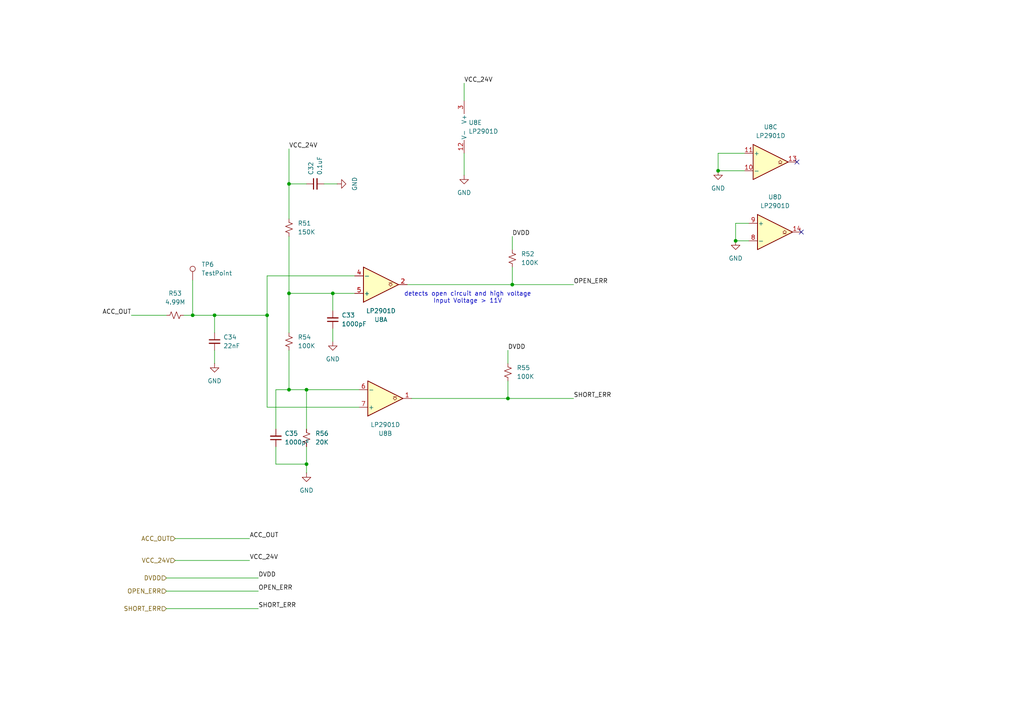
<source format=kicad_sch>
(kicad_sch (version 20231120) (generator "eeschema") (generator_version "8.0")
  (paper "A4")
  (lib_symbols
    (symbol "Comparator:LP2901D" (pin_names (offset 0.127))
      (property "Reference" "U" (at 0 5.08 0))
      (property "Value" "LP2901D" (at 0 -5.08 0))
      (symbol "LP2901D_1_1"
        (polyline (pts (xy -5.08 5.08) (xy 5.08 0) (xy -5.08 -5.08) (xy -5.08 5.08)) (stroke (width 0.254)) (fill (type background)))
        (polyline (pts (xy 3.302 -0.508) (xy 2.794 -0.508) (xy 3.302 0) (xy 2.794 0.508) (xy 2.286 0) (xy 2.794 -0.508) (xy 2.286 -0.508)) (stroke (width 0.127)))
        (pin open_collector line (at 7.62 0 180) (length 2.54) (name "~") (number "2"))
        (pin input line (at -7.62 -2.54 0) (length 2.54) (name "-") (number "4"))
        (pin input line (at -7.62 2.54 0) (length 2.54) (name "+") (number "5"))
      )
      (symbol "LP2901D_2_1"
        (polyline (pts (xy -5.08 5.08) (xy 5.08 0) (xy -5.08 -5.08) (xy -5.08 5.08)) (stroke (width 0.254)) (fill (type background)))
        (polyline (pts (xy 3.302 -0.508) (xy 2.794 -0.508) (xy 3.302 0) (xy 2.794 0.508) (xy 2.286 0) (xy 2.794 -0.508) (xy 2.286 -0.508)) (stroke (width 0.127)))
        (pin open_collector line (at 7.62 0 180) (length 2.54) (name "~") (number "1"))
        (pin input line (at -7.62 -2.54 0) (length 2.54) (name "-") (number "6"))
        (pin input line (at -7.62 2.54 0) (length 2.54) (name "+") (number "7"))
      )
      (symbol "LP2901D_3_1"
        (polyline (pts (xy -5.08 5.08) (xy 5.08 0) (xy -5.08 -5.08) (xy -5.08 5.08)) (stroke (width 0.254)) (fill (type background)))
        (polyline (pts (xy 3.302 -0.508) (xy 2.794 -0.508) (xy 3.302 0) (xy 2.794 0.508) (xy 2.286 0) (xy 2.794 -0.508) (xy 2.286 -0.508)) (stroke (width 0.127)))
        (pin input line (at -7.62 -2.54 0) (length 2.54) (name "-") (number "10"))
        (pin input line (at -7.62 2.54 0) (length 2.54) (name "+") (number "11"))
        (pin open_collector line (at 7.62 0 180) (length 2.54) (name "~") (number "13"))
      )
      (symbol "LP2901D_4_1"
        (polyline (pts (xy -5.08 5.08) (xy 5.08 0) (xy -5.08 -5.08) (xy -5.08 5.08)) (stroke (width 0.254)) (fill (type background)))
        (polyline (pts (xy 3.302 -0.508) (xy 2.794 -0.508) (xy 3.302 0) (xy 2.794 0.508) (xy 2.286 0) (xy 2.794 -0.508) (xy 2.286 -0.508)) (stroke (width 0.127)))
        (pin open_collector line (at 7.62 0 180) (length 2.54) (name "~") (number "14"))
        (pin input line (at -7.62 -2.54 0) (length 2.54) (name "-") (number "8"))
        (pin input line (at -7.62 2.54 0) (length 2.54) (name "+") (number "9"))
      )
      (symbol "LP2901D_5_1"
        (pin power_in line (at -2.54 -7.62 90) (length 3.81) (name "V-") (number "12"))
        (pin power_in line (at -2.54 7.62 270) (length 3.81) (name "V+") (number "3"))
      )
    )
    (symbol "Connector:TestPoint" (pin_numbers hide) (pin_names (offset 0.762) hide)
      (property "Reference" "TP" (at 0 6.858 0))
      (property "Value" "TestPoint" (at 0 5.08 0))
      (symbol "TestPoint_0_1"
        (circle (center 0 3.302) (radius 0.762))
      )
      (symbol "TestPoint_1_1"
        (pin passive line (at 0 0 90) (length 2.54) (name "1") (number "1"))
      )
    )
    (symbol "Device:C_Small" (pin_numbers hide) (pin_names (offset 0.254) hide)
      (property "Reference" "C" (at 0.254 1.778 0))
      (property "Value" "C_Small" (at 0.254 -2.032 0))
      (symbol "C_Small_0_1"
        (polyline (pts (xy -1.524 -0.508) (xy 1.524 -0.508)) (stroke (width 0.3302)))
        (polyline (pts (xy -1.524 0.508) (xy 1.524 0.508)) (stroke (width 0.3048)))
      )
      (symbol "C_Small_1_1"
        (pin passive line (at 0 2.54 270) (length 2.032) (name "~") (number "1"))
        (pin passive line (at 0 -2.54 90) (length 2.032) (name "~") (number "2"))
      )
    )
    (symbol "Device:R_Small_US" (pin_numbers hide) (pin_names (offset 0.254) hide)
      (property "Reference" "R" (at 0.762 0.508 0))
      (property "Value" "R_Small_US" (at 0.762 -1.016 0))
      (symbol "R_Small_US_1_1"
        (polyline (pts (xy 0 0) (xy 1.016 -0.381) (xy 0 -0.762) (xy -1.016 -1.143) (xy 0 -1.524)))
        (polyline (pts (xy 0 1.524) (xy 1.016 1.143) (xy 0 0.762) (xy -1.016 0.381) (xy 0 0)))
        (pin passive line (at 0 2.54 270) (length 1.016) (name "~") (number "1"))
        (pin passive line (at 0 -2.54 90) (length 1.016) (name "~") (number "2"))
      )
    )
    (symbol "power:GND" (power) (pin_numbers hide) (pin_names (offset 0) hide)
      (property "Value" "GND" (at 0 -3.81 0))
      (symbol "GND_0_1"
        (polyline (pts (xy 0 0) (xy 0 -1.27) (xy 1.27 -1.27) (xy 0 -2.54) (xy -1.27 -1.27) (xy 0 -1.27)))
      )
      (symbol "GND_1_1"
        (pin power_in line (at 0 0 270) (length 0) (name "~") (number "1"))
      )
    )
  )
  (junction (at 77.47 91.44))
  (junction (at 83.82 113.03))
  (junction (at 213.36 69.85))
  (junction (at 88.9 134.62))
  (junction (at 96.52 85.09))
  (junction (at 55.88 91.44))
  (junction (at 88.9 113.03))
  (junction (at 62.23 91.44))
  (junction (at 147.32 115.57))
  (junction (at 83.82 53.34))
  (junction (at 208.28 49.53))
  (junction (at 148.59 82.55))
  (junction (at 83.82 85.09))
  (no_connect (at 231.14 46.99))
  (no_connect (at 232.41 67.31))
  (wire (pts (xy 77.47 118.11) (xy 104.14 118.11)))
  (wire (pts (xy 83.82 53.34) (xy 83.82 63.5)))
  (wire (pts (xy 148.59 68.58) (xy 148.59 72.39)))
  (wire (pts (xy 62.23 91.44) (xy 77.47 91.44)))
  (wire (pts (xy 38.1 91.44) (xy 48.26 91.44)))
  (wire (pts (xy 93.98 53.34) (xy 97.79 53.34)))
  (wire (pts (xy 147.32 115.57) (xy 166.37 115.57)))
  (wire (pts (xy 80.01 113.03) (xy 83.82 113.03)))
  (wire (pts (xy 215.9 44.45) (xy 208.28 44.45)))
  (wire (pts (xy 83.82 101.6) (xy 83.82 113.03)))
  (wire (pts (xy 96.52 90.17) (xy 96.52 85.09)))
  (wire (pts (xy 213.36 69.85) (xy 217.17 69.85)))
  (wire (pts (xy 53.34 91.44) (xy 55.88 91.44)))
  (wire (pts (xy 208.28 49.53) (xy 215.9 49.53)))
  (wire (pts (xy 80.01 134.62) (xy 88.9 134.62)))
  (wire (pts (xy 88.9 129.54) (xy 88.9 134.62)))
  (wire (pts (xy 118.11 82.55) (xy 148.59 82.55)))
  (wire (pts (xy 80.01 129.54) (xy 80.01 134.62)))
  (wire (pts (xy 50.8 162.56) (xy 72.39 162.56)))
  (wire (pts (xy 88.9 134.62) (xy 88.9 137.16)))
  (wire (pts (xy 147.32 110.49) (xy 147.32 115.57)))
  (wire (pts (xy 48.26 176.53) (xy 74.93 176.53)))
  (wire (pts (xy 217.17 64.77) (xy 213.36 64.77)))
  (wire (pts (xy 83.82 113.03) (xy 88.9 113.03)))
  (wire (pts (xy 83.82 43.18) (xy 83.82 53.34)))
  (wire (pts (xy 119.38 115.57) (xy 147.32 115.57)))
  (wire (pts (xy 55.88 81.28) (xy 55.88 91.44)))
  (wire (pts (xy 147.32 101.6) (xy 147.32 105.41)))
  (wire (pts (xy 62.23 91.44) (xy 62.23 96.52)))
  (wire (pts (xy 96.52 95.25) (xy 96.52 99.06)))
  (wire (pts (xy 55.88 91.44) (xy 62.23 91.44)))
  (wire (pts (xy 77.47 80.01) (xy 77.47 91.44)))
  (wire (pts (xy 104.14 113.03) (xy 88.9 113.03)))
  (wire (pts (xy 134.62 44.45) (xy 134.62 50.8)))
  (wire (pts (xy 62.23 101.6) (xy 62.23 105.41)))
  (wire (pts (xy 48.26 171.45) (xy 74.93 171.45)))
  (wire (pts (xy 83.82 85.09) (xy 96.52 85.09)))
  (wire (pts (xy 208.28 44.45) (xy 208.28 49.53)))
  (wire (pts (xy 83.82 96.52) (xy 83.82 85.09)))
  (wire (pts (xy 134.62 24.13) (xy 134.62 29.21)))
  (wire (pts (xy 83.82 53.34) (xy 88.9 53.34)))
  (wire (pts (xy 148.59 77.47) (xy 148.59 82.55)))
  (wire (pts (xy 83.82 68.58) (xy 83.82 85.09)))
  (wire (pts (xy 96.52 85.09) (xy 102.87 85.09)))
  (wire (pts (xy 80.01 124.46) (xy 80.01 113.03)))
  (wire (pts (xy 102.87 80.01) (xy 77.47 80.01)))
  (wire (pts (xy 48.26 167.64) (xy 74.93 167.64)))
  (wire (pts (xy 50.8 156.21) (xy 72.39 156.21)))
  (wire (pts (xy 213.36 64.77) (xy 213.36 69.85)))
  (wire (pts (xy 148.59 82.55) (xy 166.37 82.55)))
  (wire (pts (xy 88.9 113.03) (xy 88.9 124.46)))
  (wire (pts (xy 77.47 91.44) (xy 77.47 118.11)))
  (text "detects open circuit and high voltage\nInput Voltage > 11V" (at 135.636 86.36 0) (effects (font (size 1.27 1.27))))
  (label "VCC_24V" (at 72.39 162.56 0))
  (label "DVDD" (at 74.93 167.64 0))
  (label "OPEN_ERR" (at 166.37 82.55 0))
  (label "OPEN_ERR" (at 74.93 171.45 0))
  (label "VCC_24V" (at 134.62 24.13 0))
  (label "ACC_OUT" (at 72.39 156.21 0))
  (label "SHORT_ERR" (at 166.37 115.57 0))
  (label "SHORT_ERR" (at 74.93 176.53 0))
  (label "VCC_24V" (at 83.82 43.18 0))
  (label "DVDD" (at 147.32 101.6 0))
  (label "ACC_OUT" (at 38.1 91.44 180))
  (label "DVDD" (at 148.59 68.58 0))
  (hierarchical_label "SHORT_ERR" (shape input) (at 48.26 176.53 180))
  (hierarchical_label "VCC_24V" (shape input) (at 50.8 162.56 180))
  (hierarchical_label "DVDD" (shape input) (at 48.26 167.64 180))
  (hierarchical_label "OPEN_ERR" (shape input) (at 48.26 171.45 180))
  (hierarchical_label "ACC_OUT" (shape input) (at 50.8 156.21 180))
  (symbol (lib_id "power:GND") (at 88.9 137.16 0) (unit 1)
    (property "Reference" "#PWR057" (effects (hide yes)))
    (property "Value" "GND" (at 88.9 142.24 0))
    (property "Description" "Power symbol creates a global label with name \"GND\" , ground" (effects (hide yes)))
  )
  (symbol (lib_id "power:GND") (at 208.28 49.53 0) (unit 1)
    (property "Reference" "#PWR051" (effects (hide yes)))
    (property "Value" "GND" (at 208.28 54.61 0))
    (property "Description" "Power symbol creates a global label with name \"GND\" , ground" (effects (hide yes)))
  )
  (symbol (lib_id "Connector:TestPoint") (at 55.88 81.28 0) (unit 1)
    (property "Reference" "TP6" (at 58.42 76.7079 0) (effects (justify left)))
    (property "Value" "TestPoint" (at 58.42 79.2479 0) (effects (justify left)))
    (property "Footprint" "TestPoint:TestPoint_THTPad_D2.0mm_Drill1.0mm" (effects (hide yes)))
    (property "Description" "test point" (effects (hide yes)))
  )
  (symbol (lib_id "power:GND") (at 213.36 69.85 0) (unit 1)
    (property "Reference" "#PWR054" (effects (hide yes)))
    (property "Value" "GND" (at 213.36 74.93 0))
    (property "Description" "Power symbol creates a global label with name \"GND\" , ground" (effects (hide yes)))
  )
  (symbol (lib_id "Device:R_Small_US") (at 83.82 66.04 180) (unit 1)
    (property "Reference" "R51" (at 86.36 64.7699 0) (effects (justify right)))
    (property "Value" "150K" (at 86.36 67.3099 0) (effects (justify right)))
    (property "Footprint" "Resistor_SMD:R_0603_1608Metric_Pad0.98x0.95mm_HandSolder" (effects (hide yes)))
    (property "Description" "Resistor, small US symbol" (effects (hide yes)))
  )
  (symbol (lib_id "power:GND") (at 96.52 99.06 0) (unit 1)
    (property "Reference" "#PWR055" (effects (hide yes)))
    (property "Value" "GND" (at 96.52 104.14 0))
    (property "Description" "Power symbol creates a global label with name \"GND\" , ground" (effects (hide yes)))
  )
  (symbol (lib_id "Comparator:LP2901D") (at 110.49 82.55 0) (mirror x) (unit 1)
    (property "Reference" "U8" (at 110.49 92.71 0))
    (property "Value" "LP2901D" (at 110.49 90.17 0))
    (property "Footprint" "Package_SO:SOIC-14_3.9x8.7mm_P1.27mm" (effects (hide yes)))
    (property "Datasheet" "https://www.ti.com/lit/ds/symlink/lp2901.pdf" (effects (hide yes)))
    (property "Description" "Quad Differential Comparators, SOIC-14" (effects (hide yes)))
  )
  (symbol (lib_id "Comparator:LP2901D") (at 111.76 115.57 0) (mirror x) (unit 2)
    (property "Reference" "U8" (at 111.76 125.73 0))
    (property "Value" "LP2901D" (at 111.76 123.19 0))
    (property "Footprint" "Package_SO:SOIC-14_3.9x8.7mm_P1.27mm" (effects (hide yes)))
    (property "Datasheet" "https://www.ti.com/lit/ds/symlink/lp2901.pdf" (effects (hide yes)))
    (property "Description" "Quad Differential Comparators, SOIC-14" (effects (hide yes)))
  )
  (symbol (lib_id "Device:R_Small_US") (at 50.8 91.44 90) (unit 1)
    (property "Reference" "R53" (at 50.8 85.09 90))
    (property "Value" "4.99M" (at 50.8 87.63 90))
    (property "Footprint" "Resistor_SMD:R_0603_1608Metric_Pad0.98x0.95mm_HandSolder" (effects (hide yes)))
    (property "Description" "Resistor, small US symbol" (effects (hide yes)))
  )
  (symbol (lib_id "Comparator:LP2901D") (at 137.16 36.83 0) (unit 5)
    (property "Reference" "U8" (at 135.89 35.5599 0) (effects (justify left)))
    (property "Value" "LP2901D" (at 135.89 38.0999 0) (effects (justify left)))
    (property "Footprint" "Package_SO:SOIC-14_3.9x8.7mm_P1.27mm" (effects (hide yes)))
    (property "Datasheet" "https://www.ti.com/lit/ds/symlink/lp2901.pdf" (effects (hide yes)))
    (property "Description" "Quad Differential Comparators, SOIC-14" (effects (hide yes)))
  )
  (symbol (lib_id "Device:C_Small") (at 80.01 127 180) (unit 1)
    (property "Reference" "C35" (at 82.55 125.7235 0) (effects (justify right)))
    (property "Value" "1000pF" (at 82.55 128.2635 0) (effects (justify right)))
    (property "Footprint" "Capacitor_SMD:C_0603_1608Metric_Pad1.08x0.95mm_HandSolder" (effects (hide yes)))
    (property "Description" "Unpolarized capacitor, small symbol" (effects (hide yes)))
  )
  (symbol (lib_id "Device:C_Small") (at 96.52 92.71 180) (unit 1)
    (property "Reference" "C33" (at 99.06 91.4335 0) (effects (justify right)))
    (property "Value" "1000pF" (at 99.06 93.9735 0) (effects (justify right)))
    (property "Footprint" "Capacitor_SMD:C_0603_1608Metric_Pad1.08x0.95mm_HandSolder" (effects (hide yes)))
    (property "Description" "Unpolarized capacitor, small symbol" (effects (hide yes)))
  )
  (symbol (lib_id "Device:R_Small_US") (at 147.32 107.95 180) (unit 1)
    (property "Reference" "R55" (at 149.86 106.6799 0) (effects (justify right)))
    (property "Value" "100K" (at 149.86 109.2199 0) (effects (justify right)))
    (property "Footprint" "Resistor_SMD:R_0603_1608Metric_Pad0.98x0.95mm_HandSolder" (effects (hide yes)))
    (property "Description" "Resistor, small US symbol" (effects (hide yes)))
  )
  (symbol (lib_id "Comparator:LP2901D") (at 224.79 67.31 0) (unit 4)
    (property "Reference" "U8" (at 224.79 57.15 0))
    (property "Value" "LP2901D" (at 224.79 59.69 0))
    (property "Footprint" "Package_SO:SOIC-14_3.9x8.7mm_P1.27mm" (effects (hide yes)))
    (property "Datasheet" "https://www.ti.com/lit/ds/symlink/lp2901.pdf" (effects (hide yes)))
    (property "Description" "Quad Differential Comparators, SOIC-14" (effects (hide yes)))
  )
  (symbol (lib_id "Comparator:LP2901D") (at 223.52 46.99 0) (unit 3)
    (property "Reference" "U8" (at 223.52 36.83 0))
    (property "Value" "LP2901D" (at 223.52 39.37 0))
    (property "Footprint" "Package_SO:SOIC-14_3.9x8.7mm_P1.27mm" (effects (hide yes)))
    (property "Datasheet" "https://www.ti.com/lit/ds/symlink/lp2901.pdf" (effects (hide yes)))
    (property "Description" "Quad Differential Comparators, SOIC-14" (effects (hide yes)))
  )
  (symbol (lib_id "Device:R_Small_US") (at 83.82 99.06 180) (unit 1)
    (property "Reference" "R54" (at 86.36 97.7899 0) (effects (justify right)))
    (property "Value" "100K" (at 86.36 100.3299 0) (effects (justify right)))
    (property "Footprint" "Resistor_SMD:R_0603_1608Metric_Pad0.98x0.95mm_HandSolder" (effects (hide yes)))
    (property "Description" "Resistor, small US symbol" (effects (hide yes)))
  )
  (symbol (lib_id "Device:R_Small_US") (at 148.59 74.93 180) (unit 1)
    (property "Reference" "R52" (at 151.13 73.6599 0) (effects (justify right)))
    (property "Value" "100K" (at 151.13 76.1999 0) (effects (justify right)))
    (property "Footprint" "Resistor_SMD:R_0603_1608Metric_Pad0.98x0.95mm_HandSolder" (effects (hide yes)))
    (property "Description" "Resistor, small US symbol" (effects (hide yes)))
  )
  (symbol (lib_id "power:GND") (at 62.23 105.41 0) (unit 1)
    (property "Reference" "#PWR056" (effects (hide yes)))
    (property "Value" "GND" (at 62.23 110.49 0))
    (property "Description" "Power symbol creates a global label with name \"GND\" , ground" (effects (hide yes)))
  )
  (symbol (lib_id "Device:C_Small") (at 91.44 53.34 90) (unit 1)
    (property "Reference" "C32" (at 90.1762 50.8 0) (effects (justify left)))
    (property "Value" "0.1uF" (at 92.7162 50.8 0) (effects (justify left)))
    (property "Footprint" "Capacitor_SMD:C_0603_1608Metric_Pad1.08x0.95mm_HandSolder" (effects (hide yes)))
    (property "Description" "Unpolarized capacitor, small symbol" (effects (hide yes)))
  )
  (symbol (lib_id "power:GND") (at 97.79 53.34 90) (unit 1)
    (property "Reference" "#PWR053" (effects (hide yes)))
    (property "Value" "GND" (at 102.87 53.34 0))
    (property "Description" "Power symbol creates a global label with name \"GND\" , ground" (effects (hide yes)))
  )
  (symbol (lib_id "Device:C_Small") (at 62.23 99.06 0) (unit 1)
    (property "Reference" "C34" (at 64.77 97.7962 0) (effects (justify left)))
    (property "Value" "22nF" (at 64.77 100.3362 0) (effects (justify left)))
    (property "Footprint" "Capacitor_SMD:C_0603_1608Metric_Pad1.08x0.95mm_HandSolder" (effects (hide yes)))
    (property "Description" "Unpolarized capacitor, small symbol" (effects (hide yes)))
  )
  (symbol (lib_id "Device:R_Small_US") (at 88.9 127 180) (unit 1)
    (property "Reference" "R56" (at 91.44 125.7299 0) (effects (justify right)))
    (property "Value" "20K" (at 91.44 128.2699 0) (effects (justify right)))
    (property "Footprint" "Resistor_SMD:R_0603_1608Metric_Pad0.98x0.95mm_HandSolder" (effects (hide yes)))
    (property "Description" "Resistor, small US symbol" (effects (hide yes)))
  )
  (symbol (lib_id "power:GND") (at 134.62 50.8 0) (unit 1)
    (property "Reference" "#PWR052" (effects (hide yes)))
    (property "Value" "GND" (at 134.62 55.88 0))
    (property "Description" "Power symbol creates a global label with name \"GND\" , ground" (effects (hide yes)))
  )
)
</source>
